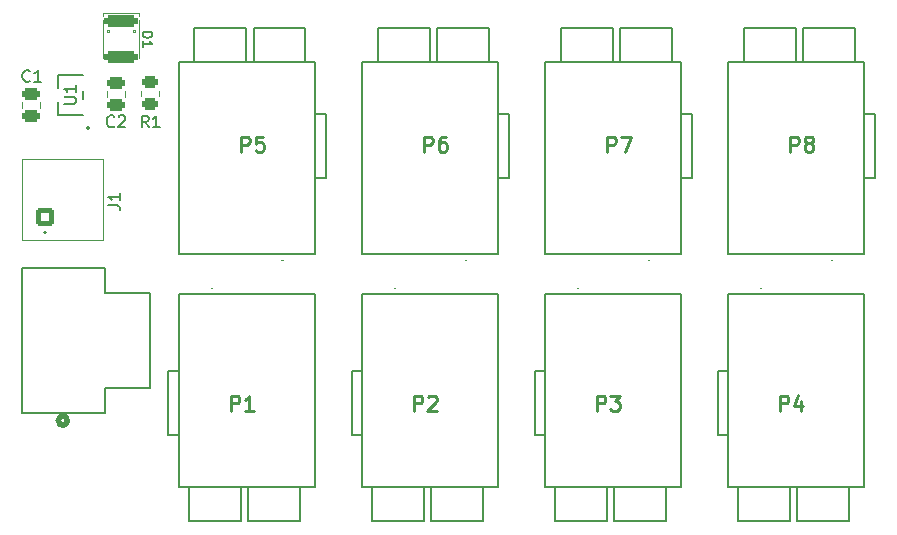
<source format=gto>
G04 #@! TF.GenerationSoftware,KiCad,Pcbnew,9.0.3*
G04 #@! TF.CreationDate,2025-08-14T10:35:20-07:00*
G04 #@! TF.ProjectId,PD Board,50442042-6f61-4726-942e-6b696361645f,rev?*
G04 #@! TF.SameCoordinates,Original*
G04 #@! TF.FileFunction,Legend,Top*
G04 #@! TF.FilePolarity,Positive*
%FSLAX46Y46*%
G04 Gerber Fmt 4.6, Leading zero omitted, Abs format (unit mm)*
G04 Created by KiCad (PCBNEW 9.0.3) date 2025-08-14 10:35:20*
%MOMM*%
%LPD*%
G01*
G04 APERTURE LIST*
G04 Aperture macros list*
%AMRoundRect*
0 Rectangle with rounded corners*
0 $1 Rounding radius*
0 $2 $3 $4 $5 $6 $7 $8 $9 X,Y pos of 4 corners*
0 Add a 4 corners polygon primitive as box body*
4,1,4,$2,$3,$4,$5,$6,$7,$8,$9,$2,$3,0*
0 Add four circle primitives for the rounded corners*
1,1,$1+$1,$2,$3*
1,1,$1+$1,$4,$5*
1,1,$1+$1,$6,$7*
1,1,$1+$1,$8,$9*
0 Add four rect primitives between the rounded corners*
20,1,$1+$1,$2,$3,$4,$5,0*
20,1,$1+$1,$4,$5,$6,$7,0*
20,1,$1+$1,$6,$7,$8,$9,0*
20,1,$1+$1,$8,$9,$2,$3,0*%
G04 Aperture macros list end*
%ADD10C,0.254000*%
%ADD11C,0.200000*%
%ADD12C,0.150000*%
%ADD13C,0.100000*%
%ADD14C,0.191421*%
%ADD15C,0.120000*%
%ADD16C,0.152400*%
%ADD17C,0.508000*%
%ADD18R,1.950000X1.950000*%
%ADD19C,1.950000*%
%ADD20C,1.020000*%
%ADD21RoundRect,0.250000X-0.552500X0.552500X-0.552500X-0.552500X0.552500X-0.552500X0.552500X0.552500X0*%
%ADD22C,1.605000*%
%ADD23RoundRect,0.250000X-0.475000X0.250000X-0.475000X-0.250000X0.475000X-0.250000X0.475000X0.250000X0*%
%ADD24C,2.500000*%
%ADD25RoundRect,0.275000X-1.125000X0.275000X-1.125000X-0.275000X1.125000X-0.275000X1.125000X0.275000X0*%
%ADD26C,2.362200*%
%ADD27RoundRect,0.250000X0.450000X-0.262500X0.450000X0.262500X-0.450000X0.262500X-0.450000X-0.262500X0*%
%ADD28R,1.320800X0.558800*%
G04 APERTURE END LIST*
D10*
X140792618Y-105979318D02*
X140792618Y-104709318D01*
X140792618Y-104709318D02*
X141276428Y-104709318D01*
X141276428Y-104709318D02*
X141397380Y-104769794D01*
X141397380Y-104769794D02*
X141457857Y-104830270D01*
X141457857Y-104830270D02*
X141518333Y-104951222D01*
X141518333Y-104951222D02*
X141518333Y-105132651D01*
X141518333Y-105132651D02*
X141457857Y-105253603D01*
X141457857Y-105253603D02*
X141397380Y-105314080D01*
X141397380Y-105314080D02*
X141276428Y-105374556D01*
X141276428Y-105374556D02*
X140792618Y-105374556D01*
X141941666Y-104709318D02*
X142788333Y-104709318D01*
X142788333Y-104709318D02*
X142244047Y-105979318D01*
D11*
X98532219Y-110503333D02*
X99246504Y-110503333D01*
X99246504Y-110503333D02*
X99389361Y-110550952D01*
X99389361Y-110550952D02*
X99484600Y-110646190D01*
X99484600Y-110646190D02*
X99532219Y-110789047D01*
X99532219Y-110789047D02*
X99532219Y-110884285D01*
X99532219Y-109503333D02*
X99532219Y-110074761D01*
X99532219Y-109789047D02*
X98532219Y-109789047D01*
X98532219Y-109789047D02*
X98675076Y-109884285D01*
X98675076Y-109884285D02*
X98770314Y-109979523D01*
X98770314Y-109979523D02*
X98817933Y-110074761D01*
D12*
X91883333Y-99969580D02*
X91835714Y-100017200D01*
X91835714Y-100017200D02*
X91692857Y-100064819D01*
X91692857Y-100064819D02*
X91597619Y-100064819D01*
X91597619Y-100064819D02*
X91454762Y-100017200D01*
X91454762Y-100017200D02*
X91359524Y-99921961D01*
X91359524Y-99921961D02*
X91311905Y-99826723D01*
X91311905Y-99826723D02*
X91264286Y-99636247D01*
X91264286Y-99636247D02*
X91264286Y-99493390D01*
X91264286Y-99493390D02*
X91311905Y-99302914D01*
X91311905Y-99302914D02*
X91359524Y-99207676D01*
X91359524Y-99207676D02*
X91454762Y-99112438D01*
X91454762Y-99112438D02*
X91597619Y-99064819D01*
X91597619Y-99064819D02*
X91692857Y-99064819D01*
X91692857Y-99064819D02*
X91835714Y-99112438D01*
X91835714Y-99112438D02*
X91883333Y-99160057D01*
X92835714Y-100064819D02*
X92264286Y-100064819D01*
X92550000Y-100064819D02*
X92550000Y-99064819D01*
X92550000Y-99064819D02*
X92454762Y-99207676D01*
X92454762Y-99207676D02*
X92359524Y-99302914D01*
X92359524Y-99302914D02*
X92264286Y-99350533D01*
D10*
X139892618Y-127899318D02*
X139892618Y-126629318D01*
X139892618Y-126629318D02*
X140376428Y-126629318D01*
X140376428Y-126629318D02*
X140497380Y-126689794D01*
X140497380Y-126689794D02*
X140557857Y-126750270D01*
X140557857Y-126750270D02*
X140618333Y-126871222D01*
X140618333Y-126871222D02*
X140618333Y-127052651D01*
X140618333Y-127052651D02*
X140557857Y-127173603D01*
X140557857Y-127173603D02*
X140497380Y-127234080D01*
X140497380Y-127234080D02*
X140376428Y-127294556D01*
X140376428Y-127294556D02*
X139892618Y-127294556D01*
X141041666Y-126629318D02*
X141827857Y-126629318D01*
X141827857Y-126629318D02*
X141404523Y-127113127D01*
X141404523Y-127113127D02*
X141585952Y-127113127D01*
X141585952Y-127113127D02*
X141706904Y-127173603D01*
X141706904Y-127173603D02*
X141767380Y-127234080D01*
X141767380Y-127234080D02*
X141827857Y-127355032D01*
X141827857Y-127355032D02*
X141827857Y-127657413D01*
X141827857Y-127657413D02*
X141767380Y-127778365D01*
X141767380Y-127778365D02*
X141706904Y-127838842D01*
X141706904Y-127838842D02*
X141585952Y-127899318D01*
X141585952Y-127899318D02*
X141223095Y-127899318D01*
X141223095Y-127899318D02*
X141102142Y-127838842D01*
X141102142Y-127838842D02*
X141041666Y-127778365D01*
D12*
X101462704Y-95859524D02*
X102262704Y-95859524D01*
X102262704Y-95859524D02*
X102262704Y-96050000D01*
X102262704Y-96050000D02*
X102224609Y-96164286D01*
X102224609Y-96164286D02*
X102148419Y-96240476D01*
X102148419Y-96240476D02*
X102072228Y-96278571D01*
X102072228Y-96278571D02*
X101919847Y-96316667D01*
X101919847Y-96316667D02*
X101805561Y-96316667D01*
X101805561Y-96316667D02*
X101653180Y-96278571D01*
X101653180Y-96278571D02*
X101576990Y-96240476D01*
X101576990Y-96240476D02*
X101500800Y-96164286D01*
X101500800Y-96164286D02*
X101462704Y-96050000D01*
X101462704Y-96050000D02*
X101462704Y-95859524D01*
X101462704Y-97078571D02*
X101462704Y-96621428D01*
X101462704Y-96850000D02*
X102262704Y-96850000D01*
X102262704Y-96850000D02*
X102148419Y-96773809D01*
X102148419Y-96773809D02*
X102072228Y-96697619D01*
X102072228Y-96697619D02*
X102034133Y-96621428D01*
D10*
X156292618Y-105979318D02*
X156292618Y-104709318D01*
X156292618Y-104709318D02*
X156776428Y-104709318D01*
X156776428Y-104709318D02*
X156897380Y-104769794D01*
X156897380Y-104769794D02*
X156957857Y-104830270D01*
X156957857Y-104830270D02*
X157018333Y-104951222D01*
X157018333Y-104951222D02*
X157018333Y-105132651D01*
X157018333Y-105132651D02*
X156957857Y-105253603D01*
X156957857Y-105253603D02*
X156897380Y-105314080D01*
X156897380Y-105314080D02*
X156776428Y-105374556D01*
X156776428Y-105374556D02*
X156292618Y-105374556D01*
X157744047Y-105253603D02*
X157623095Y-105193127D01*
X157623095Y-105193127D02*
X157562618Y-105132651D01*
X157562618Y-105132651D02*
X157502142Y-105011699D01*
X157502142Y-105011699D02*
X157502142Y-104951222D01*
X157502142Y-104951222D02*
X157562618Y-104830270D01*
X157562618Y-104830270D02*
X157623095Y-104769794D01*
X157623095Y-104769794D02*
X157744047Y-104709318D01*
X157744047Y-104709318D02*
X157985952Y-104709318D01*
X157985952Y-104709318D02*
X158106904Y-104769794D01*
X158106904Y-104769794D02*
X158167380Y-104830270D01*
X158167380Y-104830270D02*
X158227857Y-104951222D01*
X158227857Y-104951222D02*
X158227857Y-105011699D01*
X158227857Y-105011699D02*
X158167380Y-105132651D01*
X158167380Y-105132651D02*
X158106904Y-105193127D01*
X158106904Y-105193127D02*
X157985952Y-105253603D01*
X157985952Y-105253603D02*
X157744047Y-105253603D01*
X157744047Y-105253603D02*
X157623095Y-105314080D01*
X157623095Y-105314080D02*
X157562618Y-105374556D01*
X157562618Y-105374556D02*
X157502142Y-105495508D01*
X157502142Y-105495508D02*
X157502142Y-105737413D01*
X157502142Y-105737413D02*
X157562618Y-105858365D01*
X157562618Y-105858365D02*
X157623095Y-105918842D01*
X157623095Y-105918842D02*
X157744047Y-105979318D01*
X157744047Y-105979318D02*
X157985952Y-105979318D01*
X157985952Y-105979318D02*
X158106904Y-105918842D01*
X158106904Y-105918842D02*
X158167380Y-105858365D01*
X158167380Y-105858365D02*
X158227857Y-105737413D01*
X158227857Y-105737413D02*
X158227857Y-105495508D01*
X158227857Y-105495508D02*
X158167380Y-105374556D01*
X158167380Y-105374556D02*
X158106904Y-105314080D01*
X158106904Y-105314080D02*
X157985952Y-105253603D01*
X155392618Y-127899318D02*
X155392618Y-126629318D01*
X155392618Y-126629318D02*
X155876428Y-126629318D01*
X155876428Y-126629318D02*
X155997380Y-126689794D01*
X155997380Y-126689794D02*
X156057857Y-126750270D01*
X156057857Y-126750270D02*
X156118333Y-126871222D01*
X156118333Y-126871222D02*
X156118333Y-127052651D01*
X156118333Y-127052651D02*
X156057857Y-127173603D01*
X156057857Y-127173603D02*
X155997380Y-127234080D01*
X155997380Y-127234080D02*
X155876428Y-127294556D01*
X155876428Y-127294556D02*
X155392618Y-127294556D01*
X157206904Y-127052651D02*
X157206904Y-127899318D01*
X156904523Y-126568842D02*
X156602142Y-127475984D01*
X156602142Y-127475984D02*
X157388333Y-127475984D01*
X108892618Y-127899318D02*
X108892618Y-126629318D01*
X108892618Y-126629318D02*
X109376428Y-126629318D01*
X109376428Y-126629318D02*
X109497380Y-126689794D01*
X109497380Y-126689794D02*
X109557857Y-126750270D01*
X109557857Y-126750270D02*
X109618333Y-126871222D01*
X109618333Y-126871222D02*
X109618333Y-127052651D01*
X109618333Y-127052651D02*
X109557857Y-127173603D01*
X109557857Y-127173603D02*
X109497380Y-127234080D01*
X109497380Y-127234080D02*
X109376428Y-127294556D01*
X109376428Y-127294556D02*
X108892618Y-127294556D01*
X110827857Y-127899318D02*
X110102142Y-127899318D01*
X110464999Y-127899318D02*
X110464999Y-126629318D01*
X110464999Y-126629318D02*
X110344047Y-126810746D01*
X110344047Y-126810746D02*
X110223095Y-126931699D01*
X110223095Y-126931699D02*
X110102142Y-126992175D01*
D12*
X99033333Y-103809580D02*
X98985714Y-103857200D01*
X98985714Y-103857200D02*
X98842857Y-103904819D01*
X98842857Y-103904819D02*
X98747619Y-103904819D01*
X98747619Y-103904819D02*
X98604762Y-103857200D01*
X98604762Y-103857200D02*
X98509524Y-103761961D01*
X98509524Y-103761961D02*
X98461905Y-103666723D01*
X98461905Y-103666723D02*
X98414286Y-103476247D01*
X98414286Y-103476247D02*
X98414286Y-103333390D01*
X98414286Y-103333390D02*
X98461905Y-103142914D01*
X98461905Y-103142914D02*
X98509524Y-103047676D01*
X98509524Y-103047676D02*
X98604762Y-102952438D01*
X98604762Y-102952438D02*
X98747619Y-102904819D01*
X98747619Y-102904819D02*
X98842857Y-102904819D01*
X98842857Y-102904819D02*
X98985714Y-102952438D01*
X98985714Y-102952438D02*
X99033333Y-103000057D01*
X99414286Y-103000057D02*
X99461905Y-102952438D01*
X99461905Y-102952438D02*
X99557143Y-102904819D01*
X99557143Y-102904819D02*
X99795238Y-102904819D01*
X99795238Y-102904819D02*
X99890476Y-102952438D01*
X99890476Y-102952438D02*
X99938095Y-103000057D01*
X99938095Y-103000057D02*
X99985714Y-103095295D01*
X99985714Y-103095295D02*
X99985714Y-103190533D01*
X99985714Y-103190533D02*
X99938095Y-103333390D01*
X99938095Y-103333390D02*
X99366667Y-103904819D01*
X99366667Y-103904819D02*
X99985714Y-103904819D01*
D10*
X124392618Y-127899318D02*
X124392618Y-126629318D01*
X124392618Y-126629318D02*
X124876428Y-126629318D01*
X124876428Y-126629318D02*
X124997380Y-126689794D01*
X124997380Y-126689794D02*
X125057857Y-126750270D01*
X125057857Y-126750270D02*
X125118333Y-126871222D01*
X125118333Y-126871222D02*
X125118333Y-127052651D01*
X125118333Y-127052651D02*
X125057857Y-127173603D01*
X125057857Y-127173603D02*
X124997380Y-127234080D01*
X124997380Y-127234080D02*
X124876428Y-127294556D01*
X124876428Y-127294556D02*
X124392618Y-127294556D01*
X125602142Y-126750270D02*
X125662618Y-126689794D01*
X125662618Y-126689794D02*
X125783571Y-126629318D01*
X125783571Y-126629318D02*
X126085952Y-126629318D01*
X126085952Y-126629318D02*
X126206904Y-126689794D01*
X126206904Y-126689794D02*
X126267380Y-126750270D01*
X126267380Y-126750270D02*
X126327857Y-126871222D01*
X126327857Y-126871222D02*
X126327857Y-126992175D01*
X126327857Y-126992175D02*
X126267380Y-127173603D01*
X126267380Y-127173603D02*
X125541666Y-127899318D01*
X125541666Y-127899318D02*
X126327857Y-127899318D01*
D12*
X101943333Y-103914819D02*
X101610000Y-103438628D01*
X101371905Y-103914819D02*
X101371905Y-102914819D01*
X101371905Y-102914819D02*
X101752857Y-102914819D01*
X101752857Y-102914819D02*
X101848095Y-102962438D01*
X101848095Y-102962438D02*
X101895714Y-103010057D01*
X101895714Y-103010057D02*
X101943333Y-103105295D01*
X101943333Y-103105295D02*
X101943333Y-103248152D01*
X101943333Y-103248152D02*
X101895714Y-103343390D01*
X101895714Y-103343390D02*
X101848095Y-103391009D01*
X101848095Y-103391009D02*
X101752857Y-103438628D01*
X101752857Y-103438628D02*
X101371905Y-103438628D01*
X102895714Y-103914819D02*
X102324286Y-103914819D01*
X102610000Y-103914819D02*
X102610000Y-102914819D01*
X102610000Y-102914819D02*
X102514762Y-103057676D01*
X102514762Y-103057676D02*
X102419524Y-103152914D01*
X102419524Y-103152914D02*
X102324286Y-103200533D01*
X94788619Y-101931904D02*
X95598142Y-101931904D01*
X95598142Y-101931904D02*
X95693380Y-101884285D01*
X95693380Y-101884285D02*
X95741000Y-101836666D01*
X95741000Y-101836666D02*
X95788619Y-101741428D01*
X95788619Y-101741428D02*
X95788619Y-101550952D01*
X95788619Y-101550952D02*
X95741000Y-101455714D01*
X95741000Y-101455714D02*
X95693380Y-101408095D01*
X95693380Y-101408095D02*
X95598142Y-101360476D01*
X95598142Y-101360476D02*
X94788619Y-101360476D01*
X95788619Y-100360476D02*
X95788619Y-100931904D01*
X95788619Y-100646190D02*
X94788619Y-100646190D01*
X94788619Y-100646190D02*
X94931476Y-100741428D01*
X94931476Y-100741428D02*
X95026714Y-100836666D01*
X95026714Y-100836666D02*
X95074333Y-100931904D01*
D10*
X125292618Y-105979318D02*
X125292618Y-104709318D01*
X125292618Y-104709318D02*
X125776428Y-104709318D01*
X125776428Y-104709318D02*
X125897380Y-104769794D01*
X125897380Y-104769794D02*
X125957857Y-104830270D01*
X125957857Y-104830270D02*
X126018333Y-104951222D01*
X126018333Y-104951222D02*
X126018333Y-105132651D01*
X126018333Y-105132651D02*
X125957857Y-105253603D01*
X125957857Y-105253603D02*
X125897380Y-105314080D01*
X125897380Y-105314080D02*
X125776428Y-105374556D01*
X125776428Y-105374556D02*
X125292618Y-105374556D01*
X127106904Y-104709318D02*
X126864999Y-104709318D01*
X126864999Y-104709318D02*
X126744047Y-104769794D01*
X126744047Y-104769794D02*
X126683571Y-104830270D01*
X126683571Y-104830270D02*
X126562618Y-105011699D01*
X126562618Y-105011699D02*
X126502142Y-105253603D01*
X126502142Y-105253603D02*
X126502142Y-105737413D01*
X126502142Y-105737413D02*
X126562618Y-105858365D01*
X126562618Y-105858365D02*
X126623095Y-105918842D01*
X126623095Y-105918842D02*
X126744047Y-105979318D01*
X126744047Y-105979318D02*
X126985952Y-105979318D01*
X126985952Y-105979318D02*
X127106904Y-105918842D01*
X127106904Y-105918842D02*
X127167380Y-105858365D01*
X127167380Y-105858365D02*
X127227857Y-105737413D01*
X127227857Y-105737413D02*
X127227857Y-105435032D01*
X127227857Y-105435032D02*
X127167380Y-105314080D01*
X127167380Y-105314080D02*
X127106904Y-105253603D01*
X127106904Y-105253603D02*
X126985952Y-105193127D01*
X126985952Y-105193127D02*
X126744047Y-105193127D01*
X126744047Y-105193127D02*
X126623095Y-105253603D01*
X126623095Y-105253603D02*
X126562618Y-105314080D01*
X126562618Y-105314080D02*
X126502142Y-105435032D01*
X109792618Y-105979318D02*
X109792618Y-104709318D01*
X109792618Y-104709318D02*
X110276428Y-104709318D01*
X110276428Y-104709318D02*
X110397380Y-104769794D01*
X110397380Y-104769794D02*
X110457857Y-104830270D01*
X110457857Y-104830270D02*
X110518333Y-104951222D01*
X110518333Y-104951222D02*
X110518333Y-105132651D01*
X110518333Y-105132651D02*
X110457857Y-105253603D01*
X110457857Y-105253603D02*
X110397380Y-105314080D01*
X110397380Y-105314080D02*
X110276428Y-105374556D01*
X110276428Y-105374556D02*
X109792618Y-105374556D01*
X111667380Y-104709318D02*
X111062618Y-104709318D01*
X111062618Y-104709318D02*
X111002142Y-105314080D01*
X111002142Y-105314080D02*
X111062618Y-105253603D01*
X111062618Y-105253603D02*
X111183571Y-105193127D01*
X111183571Y-105193127D02*
X111485952Y-105193127D01*
X111485952Y-105193127D02*
X111606904Y-105253603D01*
X111606904Y-105253603D02*
X111667380Y-105314080D01*
X111667380Y-105314080D02*
X111727857Y-105435032D01*
X111727857Y-105435032D02*
X111727857Y-105737413D01*
X111727857Y-105737413D02*
X111667380Y-105858365D01*
X111667380Y-105858365D02*
X111606904Y-105918842D01*
X111606904Y-105918842D02*
X111485952Y-105979318D01*
X111485952Y-105979318D02*
X111183571Y-105979318D01*
X111183571Y-105979318D02*
X111062618Y-105918842D01*
X111062618Y-105918842D02*
X111002142Y-105858365D01*
D11*
G04 #@! TO.C,P7*
X135530000Y-98380000D02*
X147030000Y-98380000D01*
X135530000Y-114680000D02*
X135530000Y-98380000D01*
X136830000Y-95480000D02*
X136830000Y-98380000D01*
X141230000Y-95480000D02*
X136830000Y-95480000D01*
X141230000Y-98380000D02*
X141230000Y-95480000D01*
X141830000Y-95480000D02*
X141830000Y-98380000D01*
D13*
X144230000Y-115180000D02*
X144230000Y-115180000D01*
X144330000Y-115180000D02*
X144330000Y-115180000D01*
D11*
X146230000Y-95480000D02*
X141830000Y-95480000D01*
X146230000Y-98380000D02*
X146230000Y-95480000D01*
X147030000Y-98380000D02*
X147030000Y-114680000D01*
X147030000Y-108180000D02*
X147930000Y-108180000D01*
X147030000Y-114680000D02*
X135530000Y-114680000D01*
X147930000Y-102780000D02*
X147030000Y-102780000D01*
X147930000Y-108180000D02*
X147930000Y-102780000D01*
D13*
X144230000Y-115180000D02*
G75*
G02*
X144330000Y-115180000I50000J0D01*
G01*
X144330000Y-115180000D02*
G75*
G02*
X144230000Y-115180000I-50000J0D01*
G01*
G04 #@! TO.C,J1*
X91250000Y-106595000D02*
X98110000Y-106595000D01*
X91250000Y-113445000D02*
X91250000Y-106595000D01*
X98110000Y-106595000D02*
X98110000Y-113445000D01*
X98110000Y-113445000D02*
X91250000Y-113445000D01*
D14*
X93275710Y-112820000D02*
G75*
G02*
X93084290Y-112820000I-95710J0D01*
G01*
X93084290Y-112820000D02*
G75*
G02*
X93275710Y-112820000I95710J0D01*
G01*
D15*
G04 #@! TO.C,C1*
X91255000Y-101738748D02*
X91255000Y-102261252D01*
X92725000Y-101738748D02*
X92725000Y-102261252D01*
D11*
G04 #@! TO.C,P3*
X134630000Y-124550000D02*
X134630000Y-129950000D01*
X134630000Y-129950000D02*
X135530000Y-129950000D01*
X135530000Y-118050000D02*
X147030000Y-118050000D01*
X135530000Y-124550000D02*
X134630000Y-124550000D01*
X135530000Y-134350000D02*
X135530000Y-118050000D01*
X136330000Y-134350000D02*
X136330000Y-137250000D01*
X136330000Y-137250000D02*
X140730000Y-137250000D01*
D13*
X138230000Y-117550000D02*
X138230000Y-117550000D01*
X138330000Y-117550000D02*
X138330000Y-117550000D01*
D11*
X140730000Y-137250000D02*
X140730000Y-134350000D01*
X141330000Y-134350000D02*
X141330000Y-137250000D01*
X141330000Y-137250000D02*
X145730000Y-137250000D01*
X145730000Y-137250000D02*
X145730000Y-134350000D01*
X147030000Y-118050000D02*
X147030000Y-134350000D01*
X147030000Y-134350000D02*
X135530000Y-134350000D01*
D13*
X138230000Y-117550000D02*
G75*
G02*
X138330000Y-117550000I50000J0D01*
G01*
X138330000Y-117550000D02*
G75*
G02*
X138230000Y-117550000I-50000J0D01*
G01*
D15*
G04 #@! TO.C,D1*
X98125000Y-94250000D02*
X98125000Y-94450000D01*
X98125000Y-94850000D02*
X98125000Y-98050000D01*
X101125000Y-94250000D02*
X98125000Y-94250000D01*
X101125000Y-94250000D02*
X101125000Y-94450000D01*
X101125000Y-94850000D02*
X101125000Y-98050000D01*
X98425000Y-95650000D02*
X98625000Y-95650000D01*
X98625000Y-95850000D01*
X98425000Y-95850000D01*
X98425000Y-95650000D01*
X100825000Y-95650000D02*
X100625000Y-95650000D01*
X100625000Y-95850000D01*
X100825000Y-95850000D01*
X100825000Y-95650000D01*
D11*
G04 #@! TO.C,P8*
X151030000Y-98380000D02*
X162530000Y-98380000D01*
X151030000Y-114680000D02*
X151030000Y-98380000D01*
X152330000Y-95480000D02*
X152330000Y-98380000D01*
X156730000Y-95480000D02*
X152330000Y-95480000D01*
X156730000Y-98380000D02*
X156730000Y-95480000D01*
X157330000Y-95480000D02*
X157330000Y-98380000D01*
D13*
X159730000Y-115180000D02*
X159730000Y-115180000D01*
X159830000Y-115180000D02*
X159830000Y-115180000D01*
D11*
X161730000Y-95480000D02*
X157330000Y-95480000D01*
X161730000Y-98380000D02*
X161730000Y-95480000D01*
X162530000Y-98380000D02*
X162530000Y-114680000D01*
X162530000Y-108180000D02*
X163430000Y-108180000D01*
X162530000Y-114680000D02*
X151030000Y-114680000D01*
X163430000Y-102780000D02*
X162530000Y-102780000D01*
X163430000Y-108180000D02*
X163430000Y-102780000D01*
D13*
X159730000Y-115180000D02*
G75*
G02*
X159830000Y-115180000I50000J0D01*
G01*
X159830000Y-115180000D02*
G75*
G02*
X159730000Y-115180000I-50000J0D01*
G01*
D16*
G04 #@! TO.C,M1*
X91250103Y-115819800D02*
X91250103Y-128113400D01*
X91250103Y-128113400D02*
X98285903Y-128113400D01*
X98285898Y-117940700D02*
X98285903Y-115819800D01*
X98285898Y-125992500D02*
X102095898Y-125992500D01*
X98285903Y-115819800D02*
X91250103Y-115819800D01*
X98285903Y-128113400D02*
X98285898Y-125992500D01*
X102095898Y-117940700D02*
X98285898Y-117940700D01*
X102095898Y-125992500D02*
X102095898Y-117940700D01*
D17*
X95069902Y-128748400D02*
G75*
G02*
X94307902Y-128748400I-381000J0D01*
G01*
X94307902Y-128748400D02*
G75*
G02*
X95069902Y-128748400I381000J0D01*
G01*
D11*
G04 #@! TO.C,P4*
X150130000Y-124550000D02*
X150130000Y-129950000D01*
X150130000Y-129950000D02*
X151030000Y-129950000D01*
X151030000Y-118050000D02*
X162530000Y-118050000D01*
X151030000Y-124550000D02*
X150130000Y-124550000D01*
X151030000Y-134350000D02*
X151030000Y-118050000D01*
X151830000Y-134350000D02*
X151830000Y-137250000D01*
X151830000Y-137250000D02*
X156230000Y-137250000D01*
D13*
X153730000Y-117550000D02*
X153730000Y-117550000D01*
X153830000Y-117550000D02*
X153830000Y-117550000D01*
D11*
X156230000Y-137250000D02*
X156230000Y-134350000D01*
X156830000Y-134350000D02*
X156830000Y-137250000D01*
X156830000Y-137250000D02*
X161230000Y-137250000D01*
X161230000Y-137250000D02*
X161230000Y-134350000D01*
X162530000Y-118050000D02*
X162530000Y-134350000D01*
X162530000Y-134350000D02*
X151030000Y-134350000D01*
D13*
X153730000Y-117550000D02*
G75*
G02*
X153830000Y-117550000I50000J0D01*
G01*
X153830000Y-117550000D02*
G75*
G02*
X153730000Y-117550000I-50000J0D01*
G01*
D11*
G04 #@! TO.C,P1*
X103630000Y-124550000D02*
X103630000Y-129950000D01*
X103630000Y-129950000D02*
X104530000Y-129950000D01*
X104530000Y-118050000D02*
X116030000Y-118050000D01*
X104530000Y-124550000D02*
X103630000Y-124550000D01*
X104530000Y-134350000D02*
X104530000Y-118050000D01*
X105330000Y-134350000D02*
X105330000Y-137250000D01*
X105330000Y-137250000D02*
X109730000Y-137250000D01*
D13*
X107230000Y-117550000D02*
X107230000Y-117550000D01*
X107330000Y-117550000D02*
X107330000Y-117550000D01*
D11*
X109730000Y-137250000D02*
X109730000Y-134350000D01*
X110330000Y-134350000D02*
X110330000Y-137250000D01*
X110330000Y-137250000D02*
X114730000Y-137250000D01*
X114730000Y-137250000D02*
X114730000Y-134350000D01*
X116030000Y-118050000D02*
X116030000Y-134350000D01*
X116030000Y-134350000D02*
X104530000Y-134350000D01*
D13*
X107230000Y-117550000D02*
G75*
G02*
X107330000Y-117550000I50000J0D01*
G01*
X107330000Y-117550000D02*
G75*
G02*
X107230000Y-117550000I-50000J0D01*
G01*
D15*
G04 #@! TO.C,C2*
X98465000Y-100808748D02*
X98465000Y-101331252D01*
X99935000Y-100808748D02*
X99935000Y-101331252D01*
D11*
G04 #@! TO.C,P2*
X119130000Y-124550000D02*
X119130000Y-129950000D01*
X119130000Y-129950000D02*
X120030000Y-129950000D01*
X120030000Y-118050000D02*
X131530000Y-118050000D01*
X120030000Y-124550000D02*
X119130000Y-124550000D01*
X120030000Y-134350000D02*
X120030000Y-118050000D01*
X120830000Y-134350000D02*
X120830000Y-137250000D01*
X120830000Y-137250000D02*
X125230000Y-137250000D01*
D13*
X122730000Y-117550000D02*
X122730000Y-117550000D01*
X122830000Y-117550000D02*
X122830000Y-117550000D01*
D11*
X125230000Y-137250000D02*
X125230000Y-134350000D01*
X125830000Y-134350000D02*
X125830000Y-137250000D01*
X125830000Y-137250000D02*
X130230000Y-137250000D01*
X130230000Y-137250000D02*
X130230000Y-134350000D01*
X131530000Y-118050000D02*
X131530000Y-134350000D01*
X131530000Y-134350000D02*
X120030000Y-134350000D01*
D13*
X122730000Y-117550000D02*
G75*
G02*
X122830000Y-117550000I50000J0D01*
G01*
X122830000Y-117550000D02*
G75*
G02*
X122730000Y-117550000I-50000J0D01*
G01*
D15*
G04 #@! TO.C,R1*
X101315000Y-101257064D02*
X101315000Y-100802936D01*
X102785000Y-101257064D02*
X102785000Y-100802936D01*
D16*
G04 #@! TO.C,U1*
X94305100Y-99493600D02*
X94305100Y-100557860D01*
X94305100Y-101782140D02*
X94305100Y-102846400D01*
X94305100Y-102846400D02*
X96362500Y-102846400D01*
X96362500Y-99493600D02*
X94305100Y-99493600D01*
X96362500Y-101507861D02*
X96362500Y-100832139D01*
X96959400Y-103989400D02*
G75*
G02*
X96705400Y-103989400I-127000J0D01*
G01*
X96705400Y-103989400D02*
G75*
G02*
X96959400Y-103989400I127000J0D01*
G01*
D11*
G04 #@! TO.C,P6*
X120030000Y-98380000D02*
X131530000Y-98380000D01*
X120030000Y-114680000D02*
X120030000Y-98380000D01*
X121330000Y-95480000D02*
X121330000Y-98380000D01*
X125730000Y-95480000D02*
X121330000Y-95480000D01*
X125730000Y-98380000D02*
X125730000Y-95480000D01*
X126330000Y-95480000D02*
X126330000Y-98380000D01*
D13*
X128730000Y-115180000D02*
X128730000Y-115180000D01*
X128830000Y-115180000D02*
X128830000Y-115180000D01*
D11*
X130730000Y-95480000D02*
X126330000Y-95480000D01*
X130730000Y-98380000D02*
X130730000Y-95480000D01*
X131530000Y-98380000D02*
X131530000Y-114680000D01*
X131530000Y-108180000D02*
X132430000Y-108180000D01*
X131530000Y-114680000D02*
X120030000Y-114680000D01*
X132430000Y-102780000D02*
X131530000Y-102780000D01*
X132430000Y-108180000D02*
X132430000Y-102780000D01*
D13*
X128730000Y-115180000D02*
G75*
G02*
X128830000Y-115180000I50000J0D01*
G01*
X128830000Y-115180000D02*
G75*
G02*
X128730000Y-115180000I-50000J0D01*
G01*
D11*
G04 #@! TO.C,P5*
X104530000Y-98380000D02*
X116030000Y-98380000D01*
X104530000Y-114680000D02*
X104530000Y-98380000D01*
X105830000Y-95480000D02*
X105830000Y-98380000D01*
X110230000Y-95480000D02*
X105830000Y-95480000D01*
X110230000Y-98380000D02*
X110230000Y-95480000D01*
X110830000Y-95480000D02*
X110830000Y-98380000D01*
D13*
X113230000Y-115180000D02*
X113230000Y-115180000D01*
X113330000Y-115180000D02*
X113330000Y-115180000D01*
D11*
X115230000Y-95480000D02*
X110830000Y-95480000D01*
X115230000Y-98380000D02*
X115230000Y-95480000D01*
X116030000Y-98380000D02*
X116030000Y-114680000D01*
X116030000Y-108180000D02*
X116930000Y-108180000D01*
X116030000Y-114680000D02*
X104530000Y-114680000D01*
X116930000Y-102780000D02*
X116030000Y-102780000D01*
X116930000Y-108180000D02*
X116930000Y-102780000D01*
D13*
X113230000Y-115180000D02*
G75*
G02*
X113330000Y-115180000I50000J0D01*
G01*
X113330000Y-115180000D02*
G75*
G02*
X113230000Y-115180000I-50000J0D01*
G01*
G04 #@! TD*
%LPC*%
D18*
G04 #@! TO.C,P7*
X144330000Y-111780000D03*
D19*
X144330000Y-103580000D03*
X139330000Y-111780000D03*
X139330000Y-103580000D03*
G04 #@! TD*
D20*
G04 #@! TO.C,J1*
X97160000Y-107240000D03*
D21*
X93180000Y-111520000D03*
D22*
X96180000Y-111520000D03*
X93180000Y-108520000D03*
X96180000Y-108520000D03*
G04 #@! TD*
D23*
G04 #@! TO.C,C1*
X91990000Y-101050000D03*
X91990000Y-102950000D03*
G04 #@! TD*
D24*
G04 #@! TO.C,H4*
X92700000Y-95800000D03*
G04 #@! TD*
D18*
G04 #@! TO.C,P3*
X138230000Y-120950000D03*
D19*
X138230000Y-129150000D03*
X143230000Y-120950000D03*
X143230000Y-129150000D03*
G04 #@! TD*
D25*
G04 #@! TO.C,D1*
X99625000Y-94900000D03*
X99625000Y-98000000D03*
G04 #@! TD*
D24*
G04 #@! TO.C,H3*
X167200000Y-95800000D03*
G04 #@! TD*
D18*
G04 #@! TO.C,P8*
X159830000Y-111780000D03*
D19*
X159830000Y-103580000D03*
X154830000Y-111780000D03*
X154830000Y-103580000D03*
G04 #@! TD*
D26*
G04 #@! TO.C,M1*
X94688902Y-124816602D03*
X94688902Y-119116598D03*
G04 #@! TD*
D24*
G04 #@! TO.C,H1*
X92700000Y-136200000D03*
G04 #@! TD*
D18*
G04 #@! TO.C,P4*
X153730000Y-120950000D03*
D19*
X153730000Y-129150000D03*
X158730000Y-120950000D03*
X158730000Y-129150000D03*
G04 #@! TD*
D18*
G04 #@! TO.C,P1*
X107230000Y-120950000D03*
D19*
X107230000Y-129150000D03*
X112230000Y-120950000D03*
X112230000Y-129150000D03*
G04 #@! TD*
D23*
G04 #@! TO.C,C2*
X99200000Y-100120000D03*
X99200000Y-102020000D03*
G04 #@! TD*
D18*
G04 #@! TO.C,P2*
X122730000Y-120950000D03*
D19*
X122730000Y-129150000D03*
X127730000Y-120950000D03*
X127730000Y-129150000D03*
G04 #@! TD*
D27*
G04 #@! TO.C,R1*
X102050000Y-101942500D03*
X102050000Y-100117500D03*
G04 #@! TD*
D28*
G04 #@! TO.C,U1*
X96527600Y-102120001D03*
X96527600Y-100219999D03*
X94140000Y-101170000D03*
G04 #@! TD*
D18*
G04 #@! TO.C,P6*
X128830000Y-111780000D03*
D19*
X128830000Y-103580000D03*
X123830000Y-111780000D03*
X123830000Y-103580000D03*
G04 #@! TD*
D18*
G04 #@! TO.C,P5*
X113330000Y-111780000D03*
D19*
X113330000Y-103580000D03*
X108330000Y-111780000D03*
X108330000Y-103580000D03*
G04 #@! TD*
D24*
G04 #@! TO.C,H2*
X167200000Y-136200000D03*
G04 #@! TD*
%LPD*%
M02*

</source>
